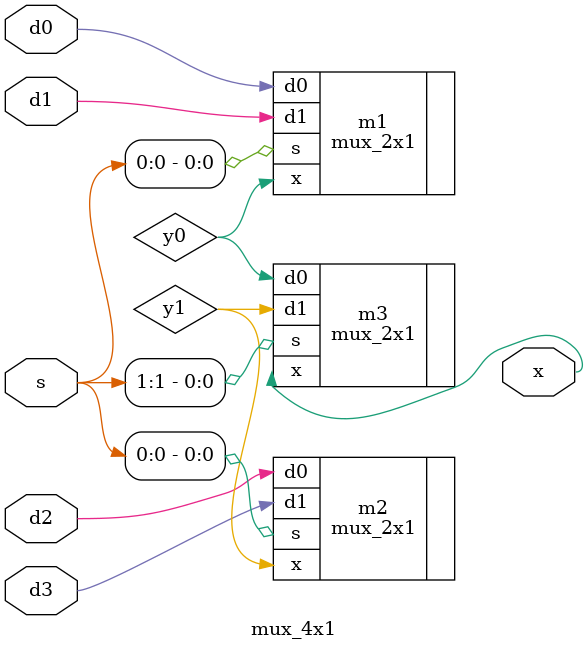
<source format=v>
`timescale 1ns / 1ps


module mux_4x1(
    input d0,d1,d2,d3,
    input [1:0]s,
    output wire  x
    );
wire y0,y1;
mux_2x1 m1 (.d0(d0),.d1(d1),.s(s[0]),.x(y0)); 
mux_2x1 m2 (.d0(d2),.d1(d3),.s(s[0]),.x(y1));
mux_2x1 m3 (.d0(y0),.d1(y1),.s(s[1]),.x(x));
endmodule

</source>
